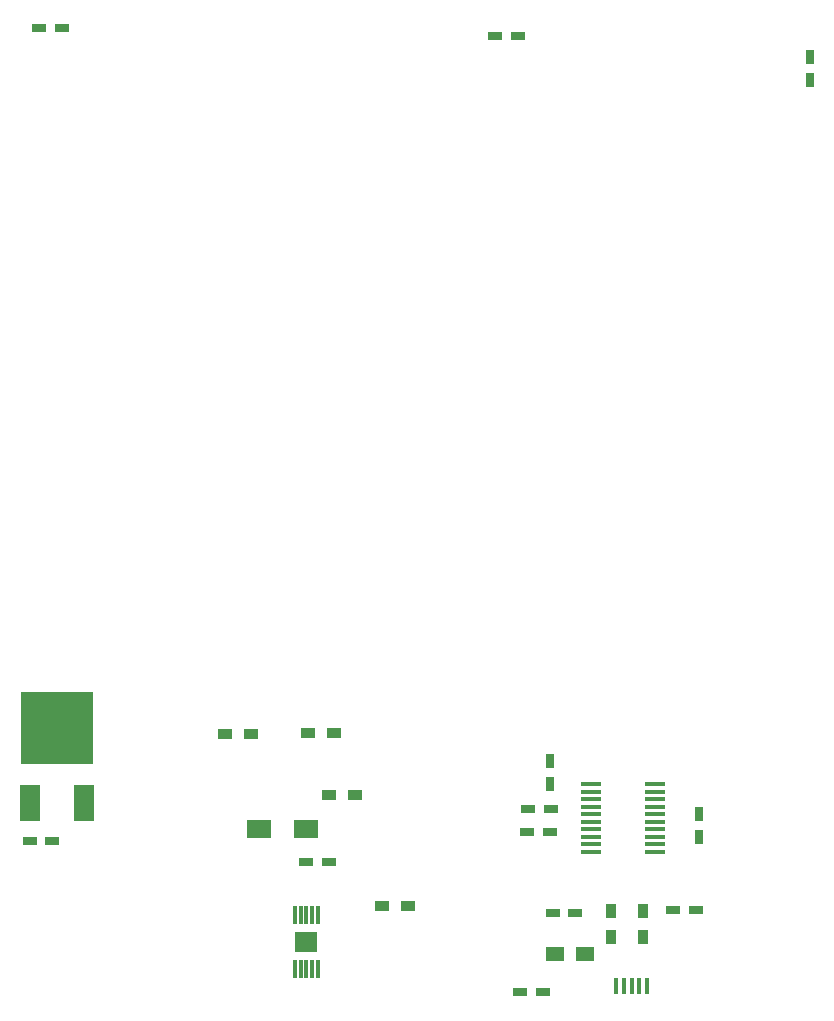
<source format=gbr>
G04 #@! TF.FileFunction,Paste,Top*
%FSLAX46Y46*%
G04 Gerber Fmt 4.6, Leading zero omitted, Abs format (unit mm)*
G04 Created by KiCad (PCBNEW 4.0.5) date Thu Apr  6 07:48:10 2017*
%MOMM*%
%LPD*%
G01*
G04 APERTURE LIST*
%ADD10C,0.100000*%
%ADD11R,2.000000X1.600000*%
%ADD12R,1.200000X0.750000*%
%ADD13R,0.750000X1.200000*%
%ADD14R,1.500000X1.250000*%
%ADD15R,0.400000X1.350000*%
%ADD16R,1.200000X0.900000*%
%ADD17R,0.900000X1.200000*%
%ADD18R,0.300000X1.650000*%
%ADD19R,1.980000X1.730000*%
%ADD20R,1.700000X0.350000*%
%ADD21R,1.651000X3.048000*%
%ADD22R,6.096000X6.096000*%
G04 APERTURE END LIST*
D10*
D11*
X112450000Y-106700000D03*
X108450000Y-106700000D03*
D12*
X112450000Y-109450000D03*
X114350000Y-109450000D03*
X132450000Y-120500000D03*
X130550000Y-120500000D03*
X133050000Y-106900000D03*
X131150000Y-106900000D03*
X143500000Y-113500000D03*
X145400000Y-113500000D03*
X135200000Y-113750000D03*
X133300000Y-113750000D03*
D13*
X145700000Y-107350000D03*
X145700000Y-105450000D03*
X133100000Y-102850000D03*
X133100000Y-100950000D03*
D12*
X133150000Y-105000000D03*
X131250000Y-105000000D03*
X89050000Y-107700000D03*
X90950000Y-107700000D03*
D13*
X155050000Y-43250000D03*
X155050000Y-41350000D03*
D12*
X130350000Y-39500000D03*
X128450000Y-39500000D03*
X89850000Y-38900000D03*
X91750000Y-38900000D03*
D14*
X133500000Y-117250000D03*
X136000000Y-117250000D03*
D15*
X138699100Y-119937460D03*
X139349100Y-119937460D03*
X139999100Y-119937460D03*
X140649100Y-119937460D03*
X141299100Y-119937460D03*
D16*
X107795000Y-98669000D03*
X105595000Y-98669000D03*
X112595000Y-98569000D03*
X114795000Y-98569000D03*
X116545000Y-103819000D03*
X114345000Y-103819000D03*
X118845000Y-113169000D03*
X121045000Y-113169000D03*
D17*
X138250000Y-113650000D03*
X138250000Y-115850000D03*
X140950000Y-113650000D03*
X140950000Y-115850000D03*
D18*
X113450000Y-113950000D03*
X112950000Y-113950000D03*
X112450000Y-113950000D03*
X111950000Y-113950000D03*
X111450000Y-113950000D03*
X111450000Y-118550000D03*
X111950000Y-118550000D03*
X112450000Y-118550000D03*
X112950000Y-118550000D03*
X113450000Y-118550000D03*
D19*
X112450000Y-116250000D03*
D20*
X141950000Y-108607500D03*
X141950000Y-107972500D03*
X141950000Y-107337500D03*
X141950000Y-106702500D03*
X141950000Y-106067500D03*
X141950000Y-105432500D03*
X141950000Y-104797500D03*
X141950000Y-104162500D03*
X141950000Y-103527500D03*
X141950000Y-102892500D03*
X136550000Y-102892500D03*
X136550000Y-103527500D03*
X136550000Y-104162500D03*
X136550000Y-104797500D03*
X136550000Y-105432500D03*
X136550000Y-106067500D03*
X136550000Y-106702500D03*
X136550000Y-107337500D03*
X136550000Y-107972500D03*
X136550000Y-108607500D03*
D21*
X89014000Y-104500000D03*
D22*
X91300000Y-98150000D03*
D21*
X93586000Y-104500000D03*
M02*

</source>
